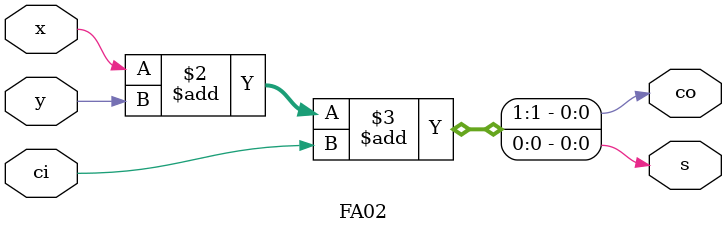
<source format=v>
`timescale 1ns/10ps 

module FA02 (x,y,ci,s,co);
input x,y,ci;
output reg s,co;

always @(x,y,ci)
	{co,s} = x+y+ci;

endmodule
</source>
